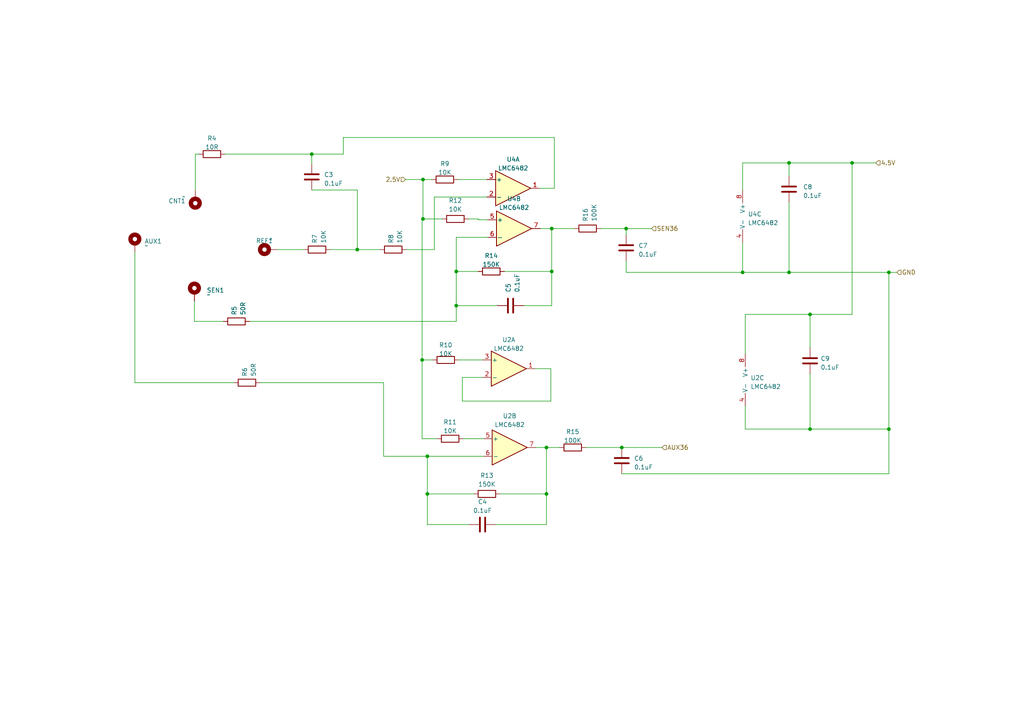
<source format=kicad_sch>
(kicad_sch (version 20230121) (generator eeschema)

  (uuid baabfa37-56db-4e60-b534-8d4e0a3205bb)

  (paper "A4")

  (lib_symbols
    (symbol "Amplifier_Operational:LMC6482" (pin_names (offset 0.127)) (in_bom yes) (on_board yes)
      (property "Reference" "U" (at 0 5.08 0)
        (effects (font (size 1.27 1.27)) (justify left))
      )
      (property "Value" "LMC6482" (at 0 -5.08 0)
        (effects (font (size 1.27 1.27)) (justify left))
      )
      (property "Footprint" "" (at 0 0 0)
        (effects (font (size 1.27 1.27)) hide)
      )
      (property "Datasheet" "http://www.ti.com/lit/ds/symlink/lmc6482.pdf" (at 0 0 0)
        (effects (font (size 1.27 1.27)) hide)
      )
      (property "ki_locked" "" (at 0 0 0)
        (effects (font (size 1.27 1.27)))
      )
      (property "ki_keywords" "dual opamp" (at 0 0 0)
        (effects (font (size 1.27 1.27)) hide)
      )
      (property "ki_description" "Dual CMOS Rail-to-Rail Input and Output Operational Amplifier, DIP-8/SOIC-8, SSOP-8" (at 0 0 0)
        (effects (font (size 1.27 1.27)) hide)
      )
      (property "ki_fp_filters" "SOIC*3.9x4.9mm*P1.27mm* DIP*W7.62mm* TO*99* OnSemi*Micro8* TSSOP*3x3mm*P0.65mm* TSSOP*4.4x3mm*P0.65mm* MSOP*3x3mm*P0.65mm* SSOP*3.9x4.9mm*P0.635mm* LFCSP*2x2mm*P0.5mm* *SIP* SOIC*5.3x6.2mm*P1.27mm*" (at 0 0 0)
        (effects (font (size 1.27 1.27)) hide)
      )
      (symbol "LMC6482_1_1"
        (polyline
          (pts
            (xy -5.08 5.08)
            (xy 5.08 0)
            (xy -5.08 -5.08)
            (xy -5.08 5.08)
          )
          (stroke (width 0.254) (type default))
          (fill (type background))
        )
        (pin output line (at 7.62 0 180) (length 2.54)
          (name "~" (effects (font (size 1.27 1.27))))
          (number "1" (effects (font (size 1.27 1.27))))
        )
        (pin input line (at -7.62 -2.54 0) (length 2.54)
          (name "-" (effects (font (size 1.27 1.27))))
          (number "2" (effects (font (size 1.27 1.27))))
        )
        (pin input line (at -7.62 2.54 0) (length 2.54)
          (name "+" (effects (font (size 1.27 1.27))))
          (number "3" (effects (font (size 1.27 1.27))))
        )
      )
      (symbol "LMC6482_2_1"
        (polyline
          (pts
            (xy -5.08 5.08)
            (xy 5.08 0)
            (xy -5.08 -5.08)
            (xy -5.08 5.08)
          )
          (stroke (width 0.254) (type default))
          (fill (type background))
        )
        (pin input line (at -7.62 2.54 0) (length 2.54)
          (name "+" (effects (font (size 1.27 1.27))))
          (number "5" (effects (font (size 1.27 1.27))))
        )
        (pin input line (at -7.62 -2.54 0) (length 2.54)
          (name "-" (effects (font (size 1.27 1.27))))
          (number "6" (effects (font (size 1.27 1.27))))
        )
        (pin output line (at 7.62 0 180) (length 2.54)
          (name "~" (effects (font (size 1.27 1.27))))
          (number "7" (effects (font (size 1.27 1.27))))
        )
      )
      (symbol "LMC6482_3_1"
        (pin power_in line (at -2.54 -7.62 90) (length 3.81)
          (name "V-" (effects (font (size 1.27 1.27))))
          (number "4" (effects (font (size 1.27 1.27))))
        )
        (pin power_in line (at -2.54 7.62 270) (length 3.81)
          (name "V+" (effects (font (size 1.27 1.27))))
          (number "8" (effects (font (size 1.27 1.27))))
        )
      )
    )
    (symbol "Device:C" (pin_numbers hide) (pin_names (offset 0.254)) (in_bom yes) (on_board yes)
      (property "Reference" "C" (at 0.635 2.54 0)
        (effects (font (size 1.27 1.27)) (justify left))
      )
      (property "Value" "C" (at 0.635 -2.54 0)
        (effects (font (size 1.27 1.27)) (justify left))
      )
      (property "Footprint" "" (at 0.9652 -3.81 0)
        (effects (font (size 1.27 1.27)) hide)
      )
      (property "Datasheet" "~" (at 0 0 0)
        (effects (font (size 1.27 1.27)) hide)
      )
      (property "ki_keywords" "cap capacitor" (at 0 0 0)
        (effects (font (size 1.27 1.27)) hide)
      )
      (property "ki_description" "Unpolarized capacitor" (at 0 0 0)
        (effects (font (size 1.27 1.27)) hide)
      )
      (property "ki_fp_filters" "C_*" (at 0 0 0)
        (effects (font (size 1.27 1.27)) hide)
      )
      (symbol "C_0_1"
        (polyline
          (pts
            (xy -2.032 -0.762)
            (xy 2.032 -0.762)
          )
          (stroke (width 0.508) (type default))
          (fill (type none))
        )
        (polyline
          (pts
            (xy -2.032 0.762)
            (xy 2.032 0.762)
          )
          (stroke (width 0.508) (type default))
          (fill (type none))
        )
      )
      (symbol "C_1_1"
        (pin passive line (at 0 3.81 270) (length 2.794)
          (name "~" (effects (font (size 1.27 1.27))))
          (number "1" (effects (font (size 1.27 1.27))))
        )
        (pin passive line (at 0 -3.81 90) (length 2.794)
          (name "~" (effects (font (size 1.27 1.27))))
          (number "2" (effects (font (size 1.27 1.27))))
        )
      )
    )
    (symbol "Device:R" (pin_numbers hide) (pin_names (offset 0)) (in_bom yes) (on_board yes)
      (property "Reference" "R" (at 2.032 0 90)
        (effects (font (size 1.27 1.27)))
      )
      (property "Value" "R" (at 0 0 90)
        (effects (font (size 1.27 1.27)))
      )
      (property "Footprint" "" (at -1.778 0 90)
        (effects (font (size 1.27 1.27)) hide)
      )
      (property "Datasheet" "~" (at 0 0 0)
        (effects (font (size 1.27 1.27)) hide)
      )
      (property "ki_keywords" "R res resistor" (at 0 0 0)
        (effects (font (size 1.27 1.27)) hide)
      )
      (property "ki_description" "Resistor" (at 0 0 0)
        (effects (font (size 1.27 1.27)) hide)
      )
      (property "ki_fp_filters" "R_*" (at 0 0 0)
        (effects (font (size 1.27 1.27)) hide)
      )
      (symbol "R_0_1"
        (rectangle (start -1.016 -2.54) (end 1.016 2.54)
          (stroke (width 0.254) (type default))
          (fill (type none))
        )
      )
      (symbol "R_1_1"
        (pin passive line (at 0 3.81 270) (length 1.27)
          (name "~" (effects (font (size 1.27 1.27))))
          (number "1" (effects (font (size 1.27 1.27))))
        )
        (pin passive line (at 0 -3.81 90) (length 1.27)
          (name "~" (effects (font (size 1.27 1.27))))
          (number "2" (effects (font (size 1.27 1.27))))
        )
      )
    )
    (symbol "Mechanical:MountingHole_Pad" (pin_numbers hide) (pin_names (offset 1.016) hide) (in_bom yes) (on_board yes)
      (property "Reference" "H" (at 0 6.35 0)
        (effects (font (size 1.27 1.27)))
      )
      (property "Value" "MountingHole_Pad" (at 0 4.445 0)
        (effects (font (size 1.27 1.27)))
      )
      (property "Footprint" "" (at 0 0 0)
        (effects (font (size 1.27 1.27)) hide)
      )
      (property "Datasheet" "~" (at 0 0 0)
        (effects (font (size 1.27 1.27)) hide)
      )
      (property "ki_keywords" "mounting hole" (at 0 0 0)
        (effects (font (size 1.27 1.27)) hide)
      )
      (property "ki_description" "Mounting Hole with connection" (at 0 0 0)
        (effects (font (size 1.27 1.27)) hide)
      )
      (property "ki_fp_filters" "MountingHole*Pad*" (at 0 0 0)
        (effects (font (size 1.27 1.27)) hide)
      )
      (symbol "MountingHole_Pad_0_1"
        (circle (center 0 1.27) (radius 1.27)
          (stroke (width 1.27) (type default))
          (fill (type none))
        )
      )
      (symbol "MountingHole_Pad_1_1"
        (pin input line (at 0 -2.54 90) (length 2.54)
          (name "1" (effects (font (size 1.27 1.27))))
          (number "1" (effects (font (size 1.27 1.27))))
        )
      )
    )
  )

  (junction (at 158.496 143.256) (diameter 0) (color 0 0 0 0)
    (uuid 07760d60-83f4-40f8-a29b-d5a761720859)
  )
  (junction (at 122.682 63.5) (diameter 0) (color 0 0 0 0)
    (uuid 107ec702-59ab-48d2-aadd-210394c8d07a)
  )
  (junction (at 181.61 66.294) (diameter 0) (color 0 0 0 0)
    (uuid 16b6cad2-82d8-4b90-a7f8-bc5d90829828)
  )
  (junction (at 132.334 78.74) (diameter 0) (color 0 0 0 0)
    (uuid 1f9cc41c-5344-44cd-93ff-57950dd119c7)
  )
  (junction (at 160.02 66.294) (diameter 0) (color 0 0 0 0)
    (uuid 33b9db49-e375-48e2-88d5-1d97fdd5ef60)
  )
  (junction (at 247.142 47.244) (diameter 0) (color 0 0 0 0)
    (uuid 466b1846-a841-45b7-8a3a-647065d5901c)
  )
  (junction (at 257.81 78.994) (diameter 0) (color 0 0 0 0)
    (uuid 4675592f-8ff2-4a86-ba80-506ccae61356)
  )
  (junction (at 234.95 124.46) (diameter 0) (color 0 0 0 0)
    (uuid 4b1aca5f-caff-44de-8ee4-41d2236b32f7)
  )
  (junction (at 103.632 72.39) (diameter 0) (color 0 0 0 0)
    (uuid 59904078-a916-4e97-b5a2-7c801dbceb1c)
  )
  (junction (at 180.34 129.794) (diameter 0) (color 0 0 0 0)
    (uuid 6807ab6c-2dbe-479e-a94f-9bc6b6dff2ed)
  )
  (junction (at 123.952 132.334) (diameter 0) (color 0 0 0 0)
    (uuid 6a304923-3108-4dc7-9697-8ccf87e4b6d0)
  )
  (junction (at 122.682 52.07) (diameter 0) (color 0 0 0 0)
    (uuid 6dc814de-d003-4251-beff-e59219536b45)
  )
  (junction (at 228.854 47.244) (diameter 0) (color 0 0 0 0)
    (uuid 7154892e-c602-4c71-a013-773d7d65e671)
  )
  (junction (at 132.334 88.646) (diameter 0) (color 0 0 0 0)
    (uuid 766e8a84-ebb9-4b1a-9f67-36eb3e84be98)
  )
  (junction (at 158.496 129.794) (diameter 0) (color 0 0 0 0)
    (uuid 83388b63-a2ff-479c-91be-afe42059086e)
  )
  (junction (at 257.81 124.46) (diameter 0) (color 0 0 0 0)
    (uuid 8569d5fa-6fdf-42f0-bfc4-ca571a2a0a5a)
  )
  (junction (at 122.428 104.394) (diameter 0) (color 0 0 0 0)
    (uuid 99a83af7-6509-44df-8787-56cadd3e23bd)
  )
  (junction (at 160.02 78.74) (diameter 0) (color 0 0 0 0)
    (uuid a91b015d-593a-4373-a617-7cf90e462611)
  )
  (junction (at 215.392 78.994) (diameter 0) (color 0 0 0 0)
    (uuid a9b2cec5-7b33-4339-a6a0-138e247272a4)
  )
  (junction (at 123.952 143.256) (diameter 0) (color 0 0 0 0)
    (uuid af60288a-91b5-4a21-841c-c7da295530ad)
  )
  (junction (at 234.95 91.186) (diameter 0) (color 0 0 0 0)
    (uuid b9a3f05e-4bde-4ef7-ae76-6c55dd4281ad)
  )
  (junction (at 228.854 78.994) (diameter 0) (color 0 0 0 0)
    (uuid db9be6ad-ba9e-453c-8e89-442531426be7)
  )
  (junction (at 90.424 44.704) (diameter 0) (color 0 0 0 0)
    (uuid e539b636-9085-4e1c-a81b-f0dbf35623fb)
  )

  (wire (pts (xy 134.112 109.474) (xy 139.954 109.474))
    (stroke (width 0) (type default))
    (uuid 004a69d6-9db1-45d7-8fb1-66c25524556d)
  )
  (wire (pts (xy 216.154 91.186) (xy 234.95 91.186))
    (stroke (width 0) (type default))
    (uuid 0111aac0-4330-4d17-b750-669ba138ee2e)
  )
  (wire (pts (xy 160.02 66.294) (xy 156.718 66.294))
    (stroke (width 0) (type default))
    (uuid 01df6c89-2a8d-493c-ba8b-7c0dbd02e1a8)
  )
  (wire (pts (xy 117.602 52.07) (xy 122.682 52.07))
    (stroke (width 0) (type default))
    (uuid 0217cce0-485d-4be8-9d39-03b8aa21725b)
  )
  (wire (pts (xy 103.632 55.118) (xy 103.632 72.39))
    (stroke (width 0) (type default))
    (uuid 026858e2-19d5-4799-9103-1a786d7b89bd)
  )
  (wire (pts (xy 181.61 78.994) (xy 215.392 78.994))
    (stroke (width 0) (type default))
    (uuid 04aac534-d33e-45b4-8fa8-e8b3249d1239)
  )
  (wire (pts (xy 39.116 110.998) (xy 67.818 110.998))
    (stroke (width 0) (type default))
    (uuid 0751a585-e5f9-4ac4-ae29-b2269861dacb)
  )
  (wire (pts (xy 136.144 152.146) (xy 123.952 152.146))
    (stroke (width 0) (type default))
    (uuid 0abc8e98-7ed8-44d6-9426-e83ca6c7b224)
  )
  (wire (pts (xy 174.244 66.294) (xy 181.61 66.294))
    (stroke (width 0) (type default))
    (uuid 0b437e99-9167-4255-87de-0c6cd94449a1)
  )
  (wire (pts (xy 215.392 47.244) (xy 215.392 55.118))
    (stroke (width 0) (type default))
    (uuid 0ba4064d-02f9-4456-8599-9e7f04af35fc)
  )
  (wire (pts (xy 137.414 143.256) (xy 123.952 143.256))
    (stroke (width 0) (type default))
    (uuid 0d37f667-4838-4513-a525-eca91ad05b9e)
  )
  (wire (pts (xy 192.024 129.794) (xy 180.34 129.794))
    (stroke (width 0) (type default))
    (uuid 107e7762-7263-44d7-9be9-7c60380df270)
  )
  (wire (pts (xy 138.684 63.5) (xy 138.684 63.754))
    (stroke (width 0) (type default))
    (uuid 12e31a55-0f29-4386-8947-f29505176543)
  )
  (wire (pts (xy 160.02 88.646) (xy 160.02 78.74))
    (stroke (width 0) (type default))
    (uuid 14558808-94bc-4d7a-b15b-5df565a12f92)
  )
  (wire (pts (xy 146.304 78.74) (xy 160.02 78.74))
    (stroke (width 0) (type default))
    (uuid 147bd6d9-5cca-4942-a18a-0fde39b17e42)
  )
  (wire (pts (xy 166.624 66.294) (xy 160.02 66.294))
    (stroke (width 0) (type default))
    (uuid 17332682-c98e-478a-b680-36c6c473049c)
  )
  (wire (pts (xy 155.194 106.934) (xy 159.766 106.934))
    (stroke (width 0) (type default))
    (uuid 176905eb-5d1d-4337-b794-a91019cd2456)
  )
  (wire (pts (xy 257.81 124.46) (xy 257.81 78.994))
    (stroke (width 0) (type default))
    (uuid 19d3b3fd-a778-4cad-9db2-914ff4412a76)
  )
  (wire (pts (xy 158.496 152.146) (xy 158.496 143.256))
    (stroke (width 0) (type default))
    (uuid 1c26106d-80bc-4653-8484-eb240656dadf)
  )
  (wire (pts (xy 155.448 129.794) (xy 158.496 129.794))
    (stroke (width 0) (type default))
    (uuid 1c80be6c-56c6-45fb-a268-c548597b8472)
  )
  (wire (pts (xy 135.89 63.5) (xy 138.684 63.5))
    (stroke (width 0) (type default))
    (uuid 1d10b219-f003-41f7-be4f-8ee4c30f79a8)
  )
  (wire (pts (xy 159.766 106.934) (xy 159.766 116.332))
    (stroke (width 0) (type default))
    (uuid 1e77a039-b1e2-4059-a879-7edf262fd53b)
  )
  (wire (pts (xy 234.95 91.186) (xy 247.142 91.186))
    (stroke (width 0) (type default))
    (uuid 1fcfc700-262a-44f7-a430-28ceb5472a0d)
  )
  (wire (pts (xy 145.034 143.256) (xy 158.496 143.256))
    (stroke (width 0) (type default))
    (uuid 22eae6cf-5f18-47e9-aa06-3399f0ba7489)
  )
  (wire (pts (xy 160.782 54.61) (xy 160.782 39.878))
    (stroke (width 0) (type default))
    (uuid 277b9f81-03eb-4121-9f05-696d4fc74a3d)
  )
  (wire (pts (xy 95.758 72.39) (xy 103.632 72.39))
    (stroke (width 0) (type default))
    (uuid 2b8b620b-2978-4089-9773-713989487b86)
  )
  (wire (pts (xy 169.926 129.794) (xy 180.34 129.794))
    (stroke (width 0) (type default))
    (uuid 2c89e080-1a43-4787-8712-d3db3ed22f01)
  )
  (wire (pts (xy 216.154 102.616) (xy 216.154 91.186))
    (stroke (width 0) (type default))
    (uuid 2ced00f4-69dc-4cc5-9843-d9408a325005)
  )
  (wire (pts (xy 122.682 63.5) (xy 122.682 52.07))
    (stroke (width 0) (type default))
    (uuid 2ea8663d-aab0-4258-a94e-1cd147f9a504)
  )
  (wire (pts (xy 143.764 152.146) (xy 158.496 152.146))
    (stroke (width 0) (type default))
    (uuid 2f7712da-f291-4071-8971-b05758d6d2f7)
  )
  (wire (pts (xy 151.892 88.646) (xy 160.02 88.646))
    (stroke (width 0) (type default))
    (uuid 2f90ee58-fd2a-48ed-817c-d51b00f2b92b)
  )
  (wire (pts (xy 257.81 137.414) (xy 257.81 124.46))
    (stroke (width 0) (type default))
    (uuid 30fa53c9-ca73-4fbf-8c78-b4b0834e1249)
  )
  (wire (pts (xy 133.096 104.394) (xy 139.954 104.394))
    (stroke (width 0) (type default))
    (uuid 328593d4-1c21-4127-a8c6-b1117ae4bafe)
  )
  (wire (pts (xy 125.984 72.39) (xy 117.856 72.39))
    (stroke (width 0) (type default))
    (uuid 394248ac-e6a6-4996-8794-d7c04c6c9528)
  )
  (wire (pts (xy 90.424 55.118) (xy 103.632 55.118))
    (stroke (width 0) (type default))
    (uuid 41634bea-1171-4eb6-be56-c6fe923989f7)
  )
  (wire (pts (xy 156.464 54.61) (xy 160.782 54.61))
    (stroke (width 0) (type default))
    (uuid 42515306-eb45-4526-824a-eded7c240f97)
  )
  (wire (pts (xy 138.684 63.754) (xy 141.478 63.754))
    (stroke (width 0) (type default))
    (uuid 44979995-d68a-41a5-ae04-57410a55357c)
  )
  (wire (pts (xy 125.984 57.15) (xy 125.984 72.39))
    (stroke (width 0) (type default))
    (uuid 48695952-2ec1-4346-b76e-8753c6954447)
  )
  (wire (pts (xy 122.428 63.5) (xy 122.682 63.5))
    (stroke (width 0) (type default))
    (uuid 4cb7206b-c96c-4f68-a594-171f1f794337)
  )
  (wire (pts (xy 122.682 52.07) (xy 125.222 52.07))
    (stroke (width 0) (type default))
    (uuid 4ea29910-60e9-4405-a8a4-ff3ea5204c6c)
  )
  (wire (pts (xy 122.428 127.254) (xy 122.428 104.394))
    (stroke (width 0) (type default))
    (uuid 55cbbbf0-217c-4b0d-ab97-6fdc48c25fc2)
  )
  (wire (pts (xy 99.568 44.704) (xy 90.424 44.704))
    (stroke (width 0) (type default))
    (uuid 5608ae4d-2aea-4eee-adf9-1b79e6fa5ae7)
  )
  (wire (pts (xy 99.568 39.878) (xy 99.568 44.704))
    (stroke (width 0) (type default))
    (uuid 6042790e-a7a8-49e2-a721-005a2bda2773)
  )
  (wire (pts (xy 126.746 127.254) (xy 122.428 127.254))
    (stroke (width 0) (type default))
    (uuid 660a28e2-43cb-45e5-8c86-d0be685a28c5)
  )
  (wire (pts (xy 80.518 72.39) (xy 88.138 72.39))
    (stroke (width 0) (type default))
    (uuid 673bcb98-c7c6-487a-a939-cf909bc69a6f)
  )
  (wire (pts (xy 122.428 63.5) (xy 122.428 104.394))
    (stroke (width 0) (type default))
    (uuid 68424cfb-8f4d-475c-a9ab-ba22212c0816)
  )
  (wire (pts (xy 158.496 129.794) (xy 162.306 129.794))
    (stroke (width 0) (type default))
    (uuid 6ab2a4fb-5a59-44e7-86f9-6df20be53321)
  )
  (wire (pts (xy 134.366 127.254) (xy 140.208 127.254))
    (stroke (width 0) (type default))
    (uuid 7089c9e9-05df-4f56-95c2-c2777f3360e0)
  )
  (wire (pts (xy 65.278 44.704) (xy 90.424 44.704))
    (stroke (width 0) (type default))
    (uuid 73145a8b-11ec-41bd-9819-3f5300e5ade9)
  )
  (wire (pts (xy 234.95 100.838) (xy 234.95 91.186))
    (stroke (width 0) (type default))
    (uuid 749c1bab-a2cb-4c32-905a-992e409e9803)
  )
  (wire (pts (xy 125.476 104.394) (xy 122.428 104.394))
    (stroke (width 0) (type default))
    (uuid 76ddde80-798a-4193-badc-56af431dbe31)
  )
  (wire (pts (xy 56.388 93.218) (xy 64.77 93.218))
    (stroke (width 0) (type default))
    (uuid 777c89fc-924a-4b18-b895-7e32683140d9)
  )
  (wire (pts (xy 216.154 124.46) (xy 234.95 124.46))
    (stroke (width 0) (type default))
    (uuid 786b6d4f-ab54-44cf-bbb0-7ae2ecaea374)
  )
  (wire (pts (xy 128.27 63.5) (xy 122.682 63.5))
    (stroke (width 0) (type default))
    (uuid 79405d93-67d9-4d9b-9c16-18e74220b6e3)
  )
  (wire (pts (xy 132.334 78.74) (xy 132.334 88.646))
    (stroke (width 0) (type default))
    (uuid 7943a07a-3f80-4fa8-8184-31ce6e4162c5)
  )
  (wire (pts (xy 132.334 88.646) (xy 132.334 93.218))
    (stroke (width 0) (type default))
    (uuid 7c36fc70-6701-4490-92e5-f620355eec68)
  )
  (wire (pts (xy 215.392 78.994) (xy 228.854 78.994))
    (stroke (width 0) (type default))
    (uuid 81c4cd55-e330-4710-9718-7a8a31772216)
  )
  (wire (pts (xy 234.95 124.46) (xy 257.81 124.46))
    (stroke (width 0) (type default))
    (uuid 84e12fd4-36ac-40a5-b116-6444fe77ef91)
  )
  (wire (pts (xy 132.334 68.834) (xy 132.334 78.74))
    (stroke (width 0) (type default))
    (uuid 89b6d4d9-4489-4bcb-9d48-36a84f33ae3a)
  )
  (wire (pts (xy 254 47.244) (xy 247.142 47.244))
    (stroke (width 0) (type default))
    (uuid 8da167da-4e89-40e1-989f-fc8a33f9a7cb)
  )
  (wire (pts (xy 39.116 73.152) (xy 39.116 110.998))
    (stroke (width 0) (type default))
    (uuid 90979731-7a33-4118-ac71-9f3a278145ad)
  )
  (wire (pts (xy 160.782 39.878) (xy 99.568 39.878))
    (stroke (width 0) (type default))
    (uuid 92441581-1c44-4fdc-a7b6-a952c36dcba4)
  )
  (wire (pts (xy 103.632 72.39) (xy 110.236 72.39))
    (stroke (width 0) (type default))
    (uuid 9743395b-feb9-4df3-ba84-8ac439191a77)
  )
  (wire (pts (xy 159.766 116.332) (xy 134.112 116.332))
    (stroke (width 0) (type default))
    (uuid 9c4e8dc4-a0dd-4ef1-aa20-7cf6e69bff0d)
  )
  (wire (pts (xy 123.952 143.256) (xy 123.952 132.334))
    (stroke (width 0) (type default))
    (uuid 9dd967e1-48cb-47ee-9113-15e6176bbff7)
  )
  (wire (pts (xy 257.81 78.994) (xy 260.096 78.994))
    (stroke (width 0) (type default))
    (uuid a08624cf-4a32-4959-bac8-40c6caf98f7a)
  )
  (wire (pts (xy 123.952 152.146) (xy 123.952 143.256))
    (stroke (width 0) (type default))
    (uuid a12b4734-7d85-4a12-9761-35602db75315)
  )
  (wire (pts (xy 228.854 58.674) (xy 228.854 78.994))
    (stroke (width 0) (type default))
    (uuid a79d04ad-0141-4bb0-ab8e-fec6d2452c52)
  )
  (wire (pts (xy 158.496 143.256) (xy 158.496 129.794))
    (stroke (width 0) (type default))
    (uuid a8013cae-da6f-48f8-a38e-3bc09a083270)
  )
  (wire (pts (xy 216.154 117.856) (xy 216.154 124.46))
    (stroke (width 0) (type default))
    (uuid add8d584-2ca8-4755-981c-f4cddb35c14e)
  )
  (wire (pts (xy 132.334 68.834) (xy 141.478 68.834))
    (stroke (width 0) (type default))
    (uuid af46da41-0464-4a5d-bf5e-f94a104ec751)
  )
  (wire (pts (xy 247.142 47.244) (xy 228.854 47.244))
    (stroke (width 0) (type default))
    (uuid b17ccc55-d5ab-4fe2-8498-33836545d70f)
  )
  (wire (pts (xy 132.334 88.646) (xy 144.272 88.646))
    (stroke (width 0) (type default))
    (uuid b5037380-c035-445d-84bc-2547fd72bc25)
  )
  (wire (pts (xy 180.34 137.414) (xy 257.81 137.414))
    (stroke (width 0) (type default))
    (uuid b5f0670b-49b5-4478-baf4-7a5ceba95ec3)
  )
  (wire (pts (xy 132.842 52.07) (xy 141.224 52.07))
    (stroke (width 0) (type default))
    (uuid b699930e-abea-4b4b-a2aa-1f85bb295b8b)
  )
  (wire (pts (xy 123.952 132.334) (xy 140.208 132.334))
    (stroke (width 0) (type default))
    (uuid b8d57a93-0bb1-470d-a71e-76d50b0bc13a)
  )
  (wire (pts (xy 72.39 93.218) (xy 132.334 93.218))
    (stroke (width 0) (type default))
    (uuid b9969c87-c3c6-4e67-8656-0d675ee8715d)
  )
  (wire (pts (xy 111.252 110.998) (xy 111.252 132.334))
    (stroke (width 0) (type default))
    (uuid bcfece97-c6f4-4cab-95aa-50dd4f2eb6d6)
  )
  (wire (pts (xy 188.976 66.294) (xy 181.61 66.294))
    (stroke (width 0) (type default))
    (uuid c4b7f82b-0b17-41b1-8785-a044b6894315)
  )
  (wire (pts (xy 138.684 78.74) (xy 132.334 78.74))
    (stroke (width 0) (type default))
    (uuid c51c5cdc-1468-4622-baa8-92eba15d55a8)
  )
  (wire (pts (xy 111.252 132.334) (xy 123.952 132.334))
    (stroke (width 0) (type default))
    (uuid c811300a-f258-4608-897a-89f61c2060e9)
  )
  (wire (pts (xy 228.854 78.994) (xy 257.81 78.994))
    (stroke (width 0) (type default))
    (uuid cc68772a-c50b-4175-a956-531af1e62c4a)
  )
  (wire (pts (xy 228.854 47.244) (xy 228.854 51.054))
    (stroke (width 0) (type default))
    (uuid cf0ffadd-7526-419d-9cb3-710784985fed)
  )
  (wire (pts (xy 141.224 57.15) (xy 125.984 57.15))
    (stroke (width 0) (type default))
    (uuid d612eca3-6977-4bc1-b66e-9c0bf568f0df)
  )
  (wire (pts (xy 234.95 108.458) (xy 234.95 124.46))
    (stroke (width 0) (type default))
    (uuid d64a91a6-4554-487c-bd0a-0d1acb35b68b)
  )
  (wire (pts (xy 90.424 44.704) (xy 90.424 47.498))
    (stroke (width 0) (type default))
    (uuid d6de6e6a-e434-4456-a1c9-e01fdfa8f862)
  )
  (wire (pts (xy 56.388 87.376) (xy 56.388 93.218))
    (stroke (width 0) (type default))
    (uuid db201218-2402-4fbd-adb2-67e2c5d065c2)
  )
  (wire (pts (xy 75.438 110.998) (xy 111.252 110.998))
    (stroke (width 0) (type default))
    (uuid dcf56e0a-f503-4f11-82a4-570940598bac)
  )
  (wire (pts (xy 181.61 66.294) (xy 181.61 68.072))
    (stroke (width 0) (type default))
    (uuid dd5a2096-50b7-4791-a93b-046f48fdc305)
  )
  (wire (pts (xy 181.61 75.692) (xy 181.61 78.994))
    (stroke (width 0) (type default))
    (uuid df7e8054-caef-4d01-a6fd-c51bd712af3d)
  )
  (wire (pts (xy 56.642 44.704) (xy 57.658 44.704))
    (stroke (width 0) (type default))
    (uuid dfc30f9a-5e82-4197-ae5c-ef035bed3431)
  )
  (wire (pts (xy 247.142 47.244) (xy 247.142 91.186))
    (stroke (width 0) (type default))
    (uuid e7fad0d8-1074-4185-8385-df34b9f88f09)
  )
  (wire (pts (xy 160.02 66.294) (xy 160.02 78.74))
    (stroke (width 0) (type default))
    (uuid e9477ee0-82bb-4848-ae4d-4f45257774de)
  )
  (wire (pts (xy 228.854 47.244) (xy 215.392 47.244))
    (stroke (width 0) (type default))
    (uuid eae212c7-8ef2-48d2-aee1-661c68e2a7e8)
  )
  (wire (pts (xy 215.392 78.994) (xy 215.392 70.358))
    (stroke (width 0) (type default))
    (uuid ef13d518-9d10-46af-94bc-8c83a3fc918e)
  )
  (wire (pts (xy 56.642 44.704) (xy 56.642 55.118))
    (stroke (width 0) (type default))
    (uuid f9409bb0-e6dc-4059-ae07-0ab5917ad1c8)
  )
  (wire (pts (xy 134.112 116.332) (xy 134.112 109.474))
    (stroke (width 0) (type default))
    (uuid fbb5aad0-fa5f-4928-a6c8-fb64b90b872d)
  )

  (hierarchical_label "2.5V" (shape input) (at 117.602 52.07 180) (fields_autoplaced)
    (effects (font (size 1.27 1.27)) (justify right))
    (uuid 0bd126f1-1b25-478e-94e0-ec16772f4039)
  )
  (hierarchical_label "AUX36" (shape input) (at 192.024 129.794 0) (fields_autoplaced)
    (effects (font (size 1.27 1.27)) (justify left))
    (uuid 11ae1064-e237-486e-8b11-9619cba91bbf)
  )
  (hierarchical_label "4.5V" (shape input) (at 254 47.244 0) (fields_autoplaced)
    (effects (font (size 1.27 1.27)) (justify left))
    (uuid 38ff662b-1377-42c2-9a58-acf8a8406faf)
  )
  (hierarchical_label "GND" (shape input) (at 260.096 78.994 0) (fields_autoplaced)
    (effects (font (size 1.27 1.27)) (justify left))
    (uuid ab826d20-9828-4d86-b06e-3c89e6d19e17)
  )
  (hierarchical_label "SEN36" (shape input) (at 188.976 66.294 0) (fields_autoplaced)
    (effects (font (size 1.27 1.27)) (justify left))
    (uuid bdbdabd2-c0e1-435b-a230-465ae254dbb5)
  )

  (symbol (lib_id "Device:R") (at 129.286 104.394 90) (unit 1)
    (in_bom yes) (on_board yes) (dnp no) (fields_autoplaced)
    (uuid 2d09e255-e5b3-4b92-9afc-9884ef855d6f)
    (property "Reference" "R10" (at 129.286 100.076 90)
      (effects (font (size 1.27 1.27)))
    )
    (property "Value" "10K" (at 129.286 102.616 90)
      (effects (font (size 1.27 1.27)))
    )
    (property "Footprint" "Resistor_SMD:R_0402_1005Metric" (at 129.286 106.172 90)
      (effects (font (size 1.27 1.27)) hide)
    )
    (property "Datasheet" "~" (at 129.286 104.394 0)
      (effects (font (size 1.27 1.27)) hide)
    )
    (pin "1" (uuid 4143f4eb-c8a0-4ff1-8520-926f4b74f146))
    (pin "2" (uuid bf20f957-7596-49f8-9fe6-9a5edb397ec0))
    (instances
      (project "Air quality project"
        (path "/67b6672b-0c15-41a5-a844-17aa721018b8/e2c83066-cae4-4a4f-a05c-59cf4d457446"
          (reference "R10") (unit 1)
        )
        (path "/67b6672b-0c15-41a5-a844-17aa721018b8/be65ffb6-5f15-4847-ab99-a8924076e9fe"
          (reference "R49") (unit 1)
        )
        (path "/67b6672b-0c15-41a5-a844-17aa721018b8/ddfbbfb1-8b74-4076-b7ee-1d320915b396"
          (reference "R465") (unit 1)
        )
      )
    )
  )

  (symbol (lib_id "Device:R") (at 91.948 72.39 90) (unit 1)
    (in_bom yes) (on_board yes) (dnp no)
    (uuid 31e79156-1497-4421-9728-ca8f9dce5d0c)
    (property "Reference" "R7" (at 91.313 70.612 0)
      (effects (font (size 1.27 1.27)) (justify left))
    )
    (property "Value" "10K" (at 93.853 70.612 0)
      (effects (font (size 1.27 1.27)) (justify left))
    )
    (property "Footprint" "Resistor_SMD:R_0402_1005Metric" (at 91.948 74.168 90)
      (effects (font (size 1.27 1.27)) hide)
    )
    (property "Datasheet" "~" (at 91.948 72.39 0)
      (effects (font (size 1.27 1.27)) hide)
    )
    (pin "1" (uuid 9fb6dba8-fcfa-4f21-b4fe-3b49b11f51a2))
    (pin "2" (uuid 6c975b00-df69-436b-8429-c8a47ccb33f4))
    (instances
      (project "Air quality project"
        (path "/67b6672b-0c15-41a5-a844-17aa721018b8/e2c83066-cae4-4a4f-a05c-59cf4d457446"
          (reference "R7") (unit 1)
        )
        (path "/67b6672b-0c15-41a5-a844-17aa721018b8/be65ffb6-5f15-4847-ab99-a8924076e9fe"
          (reference "R34") (unit 1)
        )
        (path "/67b6672b-0c15-41a5-a844-17aa721018b8/ddfbbfb1-8b74-4076-b7ee-1d320915b396"
          (reference "R462") (unit 1)
        )
      )
    )
  )

  (symbol (lib_id "Mechanical:MountingHole_Pad") (at 39.116 70.612 0) (unit 1)
    (in_bom yes) (on_board yes) (dnp no)
    (uuid 32f4d807-4d17-4338-bc6b-10b205f5cd17)
    (property "Reference" "AUX1" (at 41.91 69.977 0)
      (effects (font (size 1.27 1.27)) (justify left))
    )
    (property "Value" "~" (at 41.91 71.247 0)
      (effects (font (size 1.27 1.27)) (justify left))
    )
    (property "Footprint" "MountingHole:MountingHole_2.7mm_Pad" (at 39.116 70.612 0)
      (effects (font (size 1.27 1.27)) hide)
    )
    (property "Datasheet" "~" (at 39.116 70.612 0)
      (effects (font (size 1.27 1.27)) hide)
    )
    (pin "1" (uuid cde43472-3813-4f61-aa78-c8478a00706c))
    (instances
      (project "Air quality project"
        (path "/67b6672b-0c15-41a5-a844-17aa721018b8/e2c83066-cae4-4a4f-a05c-59cf4d457446"
          (reference "AUX1") (unit 1)
        )
        (path "/67b6672b-0c15-41a5-a844-17aa721018b8/be65ffb6-5f15-4847-ab99-a8924076e9fe"
          (reference "AUX2") (unit 1)
        )
        (path "/67b6672b-0c15-41a5-a844-17aa721018b8/ddfbbfb1-8b74-4076-b7ee-1d320915b396"
          (reference "AUX36") (unit 1)
        )
      )
    )
  )

  (symbol (lib_id "Device:C") (at 234.95 104.648 0) (unit 1)
    (in_bom yes) (on_board yes) (dnp no)
    (uuid 3584b0e3-a2a0-4bf1-806b-b655342eb8a1)
    (property "Reference" "C9" (at 237.998 104.013 0)
      (effects (font (size 1.27 1.27)) (justify left))
    )
    (property "Value" "0.1uF" (at 237.998 106.553 0)
      (effects (font (size 1.27 1.27)) (justify left))
    )
    (property "Footprint" "Capacitor_SMD:C_01005_0402Metric" (at 235.9152 108.458 0)
      (effects (font (size 1.27 1.27)) hide)
    )
    (property "Datasheet" "~" (at 234.95 104.648 0)
      (effects (font (size 1.27 1.27)) hide)
    )
    (pin "1" (uuid d420ec4c-db4a-4d1d-ad1b-856bed80e1b7))
    (pin "2" (uuid c2c0d9f9-c085-4a76-9827-4a51a3f9d324))
    (instances
      (project "Air quality project"
        (path "/67b6672b-0c15-41a5-a844-17aa721018b8/e2c83066-cae4-4a4f-a05c-59cf4d457446"
          (reference "C9") (unit 1)
        )
        (path "/67b6672b-0c15-41a5-a844-17aa721018b8/be65ffb6-5f15-4847-ab99-a8924076e9fe"
          (reference "C39") (unit 1)
        )
        (path "/67b6672b-0c15-41a5-a844-17aa721018b8/ddfbbfb1-8b74-4076-b7ee-1d320915b396"
          (reference "C254") (unit 1)
        )
      )
    )
  )

  (symbol (lib_id "Amplifier_Operational:LMC6482") (at 147.574 106.934 0) (unit 1)
    (in_bom yes) (on_board yes) (dnp no)
    (uuid 35e90fbf-8eaa-46fe-8fb8-aa477168c8bf)
    (property "Reference" "U2" (at 147.574 98.552 0)
      (effects (font (size 1.27 1.27)))
    )
    (property "Value" "LMC6482" (at 147.574 101.092 0)
      (effects (font (size 1.27 1.27)))
    )
    (property "Footprint" "Package_SO:SOIC-8_3.9x4.9mm_P1.27mm" (at 147.574 106.934 0)
      (effects (font (size 1.27 1.27)) hide)
    )
    (property "Datasheet" "http://www.ti.com/lit/ds/symlink/lmc6482.pdf" (at 147.574 106.934 0)
      (effects (font (size 1.27 1.27)) hide)
    )
    (pin "1" (uuid a11abb8e-c1d6-439d-b0e5-954db1e232d8))
    (pin "2" (uuid f79e0144-9127-44f6-83ad-8e867621bb05))
    (pin "3" (uuid 1a1f5c61-acb1-4d87-ba3b-0793ba348123))
    (pin "5" (uuid dbf6e14b-09ff-4cc6-88a0-9ada57742af2))
    (pin "6" (uuid a9d3e155-a0a5-48b8-ad01-270b6effe986))
    (pin "7" (uuid 2e38fee3-7d8c-47f0-a6b9-2671227758c9))
    (pin "4" (uuid bdd0d834-8db6-499c-a508-90c2f596f30f))
    (pin "8" (uuid 0ce173b8-05bf-4229-84be-a731b2d379af))
    (instances
      (project "Air quality project"
        (path "/67b6672b-0c15-41a5-a844-17aa721018b8/e2c83066-cae4-4a4f-a05c-59cf4d457446"
          (reference "U2") (unit 1)
        )
        (path "/67b6672b-0c15-41a5-a844-17aa721018b8/be65ffb6-5f15-4847-ab99-a8924076e9fe"
          (reference "U8") (unit 1)
        )
        (path "/67b6672b-0c15-41a5-a844-17aa721018b8/ddfbbfb1-8b74-4076-b7ee-1d320915b396"
          (reference "U71") (unit 1)
        )
      )
    )
  )

  (symbol (lib_id "Device:C") (at 228.854 54.864 0) (unit 1)
    (in_bom yes) (on_board yes) (dnp no) (fields_autoplaced)
    (uuid 363e67d6-290e-493b-a4c6-7363f23e1043)
    (property "Reference" "C8" (at 232.918 54.229 0)
      (effects (font (size 1.27 1.27)) (justify left))
    )
    (property "Value" "0.1uF" (at 232.918 56.769 0)
      (effects (font (size 1.27 1.27)) (justify left))
    )
    (property "Footprint" "Capacitor_SMD:C_01005_0402Metric" (at 229.8192 58.674 0)
      (effects (font (size 1.27 1.27)) hide)
    )
    (property "Datasheet" "~" (at 228.854 54.864 0)
      (effects (font (size 1.27 1.27)) hide)
    )
    (pin "1" (uuid 29918fc1-125b-4bab-98d3-546e5b706217))
    (pin "2" (uuid e08b915e-8857-4539-ae26-8f03ba1f238f))
    (instances
      (project "Air quality project"
        (path "/67b6672b-0c15-41a5-a844-17aa721018b8/e2c83066-cae4-4a4f-a05c-59cf4d457446"
          (reference "C8") (unit 1)
        )
        (path "/67b6672b-0c15-41a5-a844-17aa721018b8/be65ffb6-5f15-4847-ab99-a8924076e9fe"
          (reference "C38") (unit 1)
        )
        (path "/67b6672b-0c15-41a5-a844-17aa721018b8/ddfbbfb1-8b74-4076-b7ee-1d320915b396"
          (reference "C253") (unit 1)
        )
      )
    )
  )

  (symbol (lib_id "Mechanical:MountingHole_Pad") (at 56.642 57.658 180) (unit 1)
    (in_bom yes) (on_board yes) (dnp no)
    (uuid 398b35a6-278c-4e98-a983-1d5dc69ce667)
    (property "Reference" "CNT1" (at 53.848 58.293 0)
      (effects (font (size 1.27 1.27)) (justify left))
    )
    (property "Value" "~" (at 53.848 57.023 0)
      (effects (font (size 1.27 1.27)) (justify left))
    )
    (property "Footprint" "MountingHole:MountingHole_2.7mm_Pad" (at 56.642 57.658 0)
      (effects (font (size 1.27 1.27)) hide)
    )
    (property "Datasheet" "~" (at 56.642 57.658 0)
      (effects (font (size 1.27 1.27)) hide)
    )
    (pin "1" (uuid fe88a824-e163-4de6-a82c-e0eeaf2bf739))
    (instances
      (project "Air quality project"
        (path "/67b6672b-0c15-41a5-a844-17aa721018b8/e2c83066-cae4-4a4f-a05c-59cf4d457446"
          (reference "CNT1") (unit 1)
        )
        (path "/67b6672b-0c15-41a5-a844-17aa721018b8/be65ffb6-5f15-4847-ab99-a8924076e9fe"
          (reference "CNT2") (unit 1)
        )
        (path "/67b6672b-0c15-41a5-a844-17aa721018b8/ddfbbfb1-8b74-4076-b7ee-1d320915b396"
          (reference "CNT36") (unit 1)
        )
      )
    )
  )

  (symbol (lib_id "Amplifier_Operational:LMC6482") (at 148.844 54.61 0) (unit 1)
    (in_bom yes) (on_board yes) (dnp no) (fields_autoplaced)
    (uuid 3cd715ad-8114-4d3b-894e-1e3f29ab5457)
    (property "Reference" "U4" (at 148.844 46.228 0)
      (effects (font (size 1.27 1.27)))
    )
    (property "Value" "LMC6482" (at 148.844 48.768 0)
      (effects (font (size 1.27 1.27)))
    )
    (property "Footprint" "Package_SO:SOIC-8_3.9x4.9mm_P1.27mm" (at 148.844 54.61 0)
      (effects (font (size 1.27 1.27)) hide)
    )
    (property "Datasheet" "http://www.ti.com/lit/ds/symlink/lmc6482.pdf" (at 148.844 54.61 0)
      (effects (font (size 1.27 1.27)) hide)
    )
    (pin "1" (uuid 18f9147e-b1bc-4a84-88f7-92943ac702a3))
    (pin "2" (uuid 2c97c8b2-115d-492d-b973-4a5fcbbdf527))
    (pin "3" (uuid dc402c7a-b138-4ff0-9444-876430d6498f))
    (pin "5" (uuid 7e217bec-f5f9-4503-96e2-e0cff25dde3f))
    (pin "6" (uuid ed4ead67-62ba-4dc4-86a0-f436eefe99dd))
    (pin "7" (uuid ef455054-ceb9-4486-86bb-c10142a92b1a))
    (pin "4" (uuid 0efdc872-5caf-4241-9340-e8ec1bb01b5b))
    (pin "8" (uuid 7d3e3f09-3aff-4bd7-8548-a79c845e659b))
    (instances
      (project "Air quality project"
        (path "/67b6672b-0c15-41a5-a844-17aa721018b8/e2c83066-cae4-4a4f-a05c-59cf4d457446"
          (reference "U4") (unit 1)
        )
        (path "/67b6672b-0c15-41a5-a844-17aa721018b8/be65ffb6-5f15-4847-ab99-a8924076e9fe"
          (reference "U13") (unit 1)
        )
        (path "/67b6672b-0c15-41a5-a844-17aa721018b8/ddfbbfb1-8b74-4076-b7ee-1d320915b396"
          (reference "U74") (unit 1)
        )
      )
    )
  )

  (symbol (lib_id "Amplifier_Operational:LMC6482") (at 149.098 66.294 0) (unit 2)
    (in_bom yes) (on_board yes) (dnp no) (fields_autoplaced)
    (uuid 510105e9-1c6a-4229-8986-90f3fd03d4bc)
    (property "Reference" "U4" (at 149.098 57.658 0)
      (effects (font (size 1.27 1.27)))
    )
    (property "Value" "LMC6482" (at 149.098 60.198 0)
      (effects (font (size 1.27 1.27)))
    )
    (property "Footprint" "Package_SO:SOIC-8_3.9x4.9mm_P1.27mm" (at 149.098 66.294 0)
      (effects (font (size 1.27 1.27)) hide)
    )
    (property "Datasheet" "http://www.ti.com/lit/ds/symlink/lmc6482.pdf" (at 149.098 66.294 0)
      (effects (font (size 1.27 1.27)) hide)
    )
    (pin "1" (uuid 9c1e9d8f-1c28-41e3-9575-41efbc51ba50))
    (pin "2" (uuid 1d0291f0-3ca2-4510-9705-02c12b2ea42d))
    (pin "3" (uuid 1f78b38e-dbc0-4584-b37f-86c494584341))
    (pin "5" (uuid 2762ba2a-aac8-4fc3-9e4c-2677c7f340cb))
    (pin "6" (uuid 44821967-4418-414e-849a-5ee04305930e))
    (pin "7" (uuid 7701fca3-0e42-4d41-8098-e6fd871e5249))
    (pin "4" (uuid 06dc1765-d68c-4f67-a73b-d9fa7caa6956))
    (pin "8" (uuid 2077a737-d294-413f-b778-56afbb60776f))
    (instances
      (project "Air quality project"
        (path "/67b6672b-0c15-41a5-a844-17aa721018b8/e2c83066-cae4-4a4f-a05c-59cf4d457446"
          (reference "U4") (unit 2)
        )
        (path "/67b6672b-0c15-41a5-a844-17aa721018b8/be65ffb6-5f15-4847-ab99-a8924076e9fe"
          (reference "U13") (unit 2)
        )
        (path "/67b6672b-0c15-41a5-a844-17aa721018b8/ddfbbfb1-8b74-4076-b7ee-1d320915b396"
          (reference "U74") (unit 2)
        )
      )
    )
  )

  (symbol (lib_id "Mechanical:MountingHole_Pad") (at 77.978 72.39 90) (unit 1)
    (in_bom yes) (on_board yes) (dnp no) (fields_autoplaced)
    (uuid 56f91571-e0e9-4d6e-842e-0320e14e65f6)
    (property "Reference" "REF1" (at 76.708 69.85 90)
      (effects (font (size 1.27 1.27)))
    )
    (property "Value" "~" (at 78.613 69.85 0)
      (effects (font (size 1.27 1.27)) (justify left))
    )
    (property "Footprint" "MountingHole:MountingHole_2.7mm_Pad" (at 77.978 72.39 0)
      (effects (font (size 1.27 1.27)) hide)
    )
    (property "Datasheet" "~" (at 77.978 72.39 0)
      (effects (font (size 1.27 1.27)) hide)
    )
    (pin "1" (uuid cb866192-2c16-48ca-8cf5-61a1c9bbd32f))
    (instances
      (project "Air quality project"
        (path "/67b6672b-0c15-41a5-a844-17aa721018b8/e2c83066-cae4-4a4f-a05c-59cf4d457446"
          (reference "REF1") (unit 1)
        )
        (path "/67b6672b-0c15-41a5-a844-17aa721018b8/be65ffb6-5f15-4847-ab99-a8924076e9fe"
          (reference "REF2") (unit 1)
        )
        (path "/67b6672b-0c15-41a5-a844-17aa721018b8/ddfbbfb1-8b74-4076-b7ee-1d320915b396"
          (reference "REF36") (unit 1)
        )
      )
    )
  )

  (symbol (lib_id "Amplifier_Operational:LMC6482") (at 217.932 62.738 0) (unit 3)
    (in_bom yes) (on_board yes) (dnp no) (fields_autoplaced)
    (uuid 5a8c8d16-dab0-439e-880f-2ed81309832b)
    (property "Reference" "U4" (at 216.916 62.103 0)
      (effects (font (size 1.27 1.27)) (justify left))
    )
    (property "Value" "LMC6482" (at 216.916 64.643 0)
      (effects (font (size 1.27 1.27)) (justify left))
    )
    (property "Footprint" "Package_SO:SOIC-8_3.9x4.9mm_P1.27mm" (at 217.932 62.738 0)
      (effects (font (size 1.27 1.27)) hide)
    )
    (property "Datasheet" "http://www.ti.com/lit/ds/symlink/lmc6482.pdf" (at 217.932 62.738 0)
      (effects (font (size 1.27 1.27)) hide)
    )
    (pin "1" (uuid 42791d0d-7717-4b04-a0ca-b0a647570e7e))
    (pin "2" (uuid 4a2fa161-9821-4b02-bf44-5123dc1327cb))
    (pin "3" (uuid 64a3c500-0113-480b-84b8-bf62972d5f8e))
    (pin "5" (uuid d00ef563-4214-461f-ba82-fc7819b91257))
    (pin "6" (uuid a6025e8c-eb59-4fda-bafe-a0fd2776d170))
    (pin "7" (uuid 893ff0da-9dcf-4d3e-aa6a-c4e684c3eff1))
    (pin "4" (uuid ae55f4be-45f0-414c-bdf9-c39cc464add9))
    (pin "8" (uuid 94b9bdc5-a923-4356-add9-c72634299d73))
    (instances
      (project "Air quality project"
        (path "/67b6672b-0c15-41a5-a844-17aa721018b8/e2c83066-cae4-4a4f-a05c-59cf4d457446"
          (reference "U4") (unit 3)
        )
        (path "/67b6672b-0c15-41a5-a844-17aa721018b8/be65ffb6-5f15-4847-ab99-a8924076e9fe"
          (reference "U13") (unit 3)
        )
        (path "/67b6672b-0c15-41a5-a844-17aa721018b8/ddfbbfb1-8b74-4076-b7ee-1d320915b396"
          (reference "U74") (unit 3)
        )
      )
    )
  )

  (symbol (lib_id "Device:C") (at 139.954 152.146 90) (unit 1)
    (in_bom yes) (on_board yes) (dnp no) (fields_autoplaced)
    (uuid 728de599-04f5-483c-86ca-6f977829bb84)
    (property "Reference" "C4" (at 139.954 145.542 90)
      (effects (font (size 1.27 1.27)))
    )
    (property "Value" "0.1uF" (at 139.954 148.082 90)
      (effects (font (size 1.27 1.27)))
    )
    (property "Footprint" "Capacitor_SMD:C_01005_0402Metric" (at 143.764 151.1808 0)
      (effects (font (size 1.27 1.27)) hide)
    )
    (property "Datasheet" "~" (at 139.954 152.146 0)
      (effects (font (size 1.27 1.27)) hide)
    )
    (pin "1" (uuid 83f3e375-5f1a-4580-80b1-b910543508d9))
    (pin "2" (uuid 18f35d6e-409e-49cf-94ab-593827baf30d))
    (instances
      (project "Air quality project"
        (path "/67b6672b-0c15-41a5-a844-17aa721018b8/e2c83066-cae4-4a4f-a05c-59cf4d457446"
          (reference "C4") (unit 1)
        )
        (path "/67b6672b-0c15-41a5-a844-17aa721018b8/be65ffb6-5f15-4847-ab99-a8924076e9fe"
          (reference "C34") (unit 1)
        )
        (path "/67b6672b-0c15-41a5-a844-17aa721018b8/ddfbbfb1-8b74-4076-b7ee-1d320915b396"
          (reference "C242") (unit 1)
        )
      )
    )
  )

  (symbol (lib_id "Device:R") (at 132.08 63.5 90) (unit 1)
    (in_bom yes) (on_board yes) (dnp no) (fields_autoplaced)
    (uuid 7693ae0a-493f-48db-9bc1-ee27567f80b3)
    (property "Reference" "R12" (at 132.08 58.166 90)
      (effects (font (size 1.27 1.27)))
    )
    (property "Value" "10K" (at 132.08 60.706 90)
      (effects (font (size 1.27 1.27)))
    )
    (property "Footprint" "Resistor_SMD:R_0402_1005Metric" (at 132.08 65.278 90)
      (effects (font (size 1.27 1.27)) hide)
    )
    (property "Datasheet" "~" (at 132.08 63.5 0)
      (effects (font (size 1.27 1.27)) hide)
    )
    (pin "1" (uuid 2373724f-b8f0-4e8a-99e3-3f88e2b25204))
    (pin "2" (uuid 75b0cd34-0aee-4428-81e8-df692d4a2897))
    (instances
      (project "Air quality project"
        (path "/67b6672b-0c15-41a5-a844-17aa721018b8/e2c83066-cae4-4a4f-a05c-59cf4d457446"
          (reference "R12") (unit 1)
        )
        (path "/67b6672b-0c15-41a5-a844-17aa721018b8/be65ffb6-5f15-4847-ab99-a8924076e9fe"
          (reference "R59") (unit 1)
        )
        (path "/67b6672b-0c15-41a5-a844-17aa721018b8/ddfbbfb1-8b74-4076-b7ee-1d320915b396"
          (reference "R467") (unit 1)
        )
      )
    )
  )

  (symbol (lib_id "Device:R") (at 71.628 110.998 90) (unit 1)
    (in_bom yes) (on_board yes) (dnp no)
    (uuid 76b4176a-97e9-452e-b25b-bff161325370)
    (property "Reference" "R6" (at 70.993 109.22 0)
      (effects (font (size 1.27 1.27)) (justify left))
    )
    (property "Value" "50R" (at 73.533 109.22 0)
      (effects (font (size 1.27 1.27)) (justify left))
    )
    (property "Footprint" "Resistor_SMD:R_0402_1005Metric" (at 71.628 112.776 90)
      (effects (font (size 1.27 1.27)) hide)
    )
    (property "Datasheet" "~" (at 71.628 110.998 0)
      (effects (font (size 1.27 1.27)) hide)
    )
    (pin "1" (uuid 2c929432-bf76-4305-a0f6-91e8176b7edd))
    (pin "2" (uuid 89e01e9d-8d34-4b61-91b9-8690bb576296))
    (instances
      (project "Air quality project"
        (path "/67b6672b-0c15-41a5-a844-17aa721018b8/e2c83066-cae4-4a4f-a05c-59cf4d457446"
          (reference "R6") (unit 1)
        )
        (path "/67b6672b-0c15-41a5-a844-17aa721018b8/be65ffb6-5f15-4847-ab99-a8924076e9fe"
          (reference "R29") (unit 1)
        )
        (path "/67b6672b-0c15-41a5-a844-17aa721018b8/ddfbbfb1-8b74-4076-b7ee-1d320915b396"
          (reference "R448") (unit 1)
        )
      )
    )
  )

  (symbol (lib_id "Device:R") (at 129.032 52.07 90) (unit 1)
    (in_bom yes) (on_board yes) (dnp no) (fields_autoplaced)
    (uuid 8259cd64-6cf6-477c-9d36-4211fc63ad81)
    (property "Reference" "R9" (at 129.032 47.498 90)
      (effects (font (size 1.27 1.27)))
    )
    (property "Value" "10K" (at 129.032 50.038 90)
      (effects (font (size 1.27 1.27)))
    )
    (property "Footprint" "Resistor_SMD:R_0402_1005Metric" (at 129.032 53.848 90)
      (effects (font (size 1.27 1.27)) hide)
    )
    (property "Datasheet" "~" (at 129.032 52.07 0)
      (effects (font (size 1.27 1.27)) hide)
    )
    (pin "1" (uuid ee54b0e8-3f2e-45bd-9d09-bab517a97b86))
    (pin "2" (uuid 93145dc0-e155-47ce-9399-5d356540fef3))
    (instances
      (project "Air quality project"
        (path "/67b6672b-0c15-41a5-a844-17aa721018b8/e2c83066-cae4-4a4f-a05c-59cf4d457446"
          (reference "R9") (unit 1)
        )
        (path "/67b6672b-0c15-41a5-a844-17aa721018b8/be65ffb6-5f15-4847-ab99-a8924076e9fe"
          (reference "R44") (unit 1)
        )
        (path "/67b6672b-0c15-41a5-a844-17aa721018b8/ddfbbfb1-8b74-4076-b7ee-1d320915b396"
          (reference "R464") (unit 1)
        )
      )
    )
  )

  (symbol (lib_id "Device:C") (at 181.61 71.882 0) (unit 1)
    (in_bom yes) (on_board yes) (dnp no) (fields_autoplaced)
    (uuid 8390acbc-be4a-4be7-903f-a0c1e99cf659)
    (property "Reference" "C7" (at 185.166 71.247 0)
      (effects (font (size 1.27 1.27)) (justify left))
    )
    (property "Value" "0.1uF" (at 185.166 73.787 0)
      (effects (font (size 1.27 1.27)) (justify left))
    )
    (property "Footprint" "Capacitor_SMD:C_01005_0402Metric" (at 182.5752 75.692 0)
      (effects (font (size 1.27 1.27)) hide)
    )
    (property "Datasheet" "~" (at 181.61 71.882 0)
      (effects (font (size 1.27 1.27)) hide)
    )
    (pin "1" (uuid de575040-f97e-40da-be0a-400d0e3e4f58))
    (pin "2" (uuid 4ed9e2ac-2dda-46a9-a0e2-485aa777047c))
    (instances
      (project "Air quality project"
        (path "/67b6672b-0c15-41a5-a844-17aa721018b8/e2c83066-cae4-4a4f-a05c-59cf4d457446"
          (reference "C7") (unit 1)
        )
        (path "/67b6672b-0c15-41a5-a844-17aa721018b8/be65ffb6-5f15-4847-ab99-a8924076e9fe"
          (reference "C37") (unit 1)
        )
        (path "/67b6672b-0c15-41a5-a844-17aa721018b8/ddfbbfb1-8b74-4076-b7ee-1d320915b396"
          (reference "C252") (unit 1)
        )
      )
    )
  )

  (symbol (lib_id "Device:R") (at 130.556 127.254 90) (unit 1)
    (in_bom yes) (on_board yes) (dnp no) (fields_autoplaced)
    (uuid 8b75fe53-7e9a-445b-8e3a-b5e8797334ec)
    (property "Reference" "R11" (at 130.556 122.428 90)
      (effects (font (size 1.27 1.27)))
    )
    (property "Value" "10K" (at 130.556 124.968 90)
      (effects (font (size 1.27 1.27)))
    )
    (property "Footprint" "Resistor_SMD:R_0402_1005Metric" (at 130.556 129.032 90)
      (effects (font (size 1.27 1.27)) hide)
    )
    (property "Datasheet" "~" (at 130.556 127.254 0)
      (effects (font (size 1.27 1.27)) hide)
    )
    (pin "1" (uuid 7713a5fc-b2af-438d-ae8e-244866db5a1c))
    (pin "2" (uuid 969dc095-3eb8-4025-8478-ac604779298f))
    (instances
      (project "Air quality project"
        (path "/67b6672b-0c15-41a5-a844-17aa721018b8/e2c83066-cae4-4a4f-a05c-59cf4d457446"
          (reference "R11") (unit 1)
        )
        (path "/67b6672b-0c15-41a5-a844-17aa721018b8/be65ffb6-5f15-4847-ab99-a8924076e9fe"
          (reference "R54") (unit 1)
        )
        (path "/67b6672b-0c15-41a5-a844-17aa721018b8/ddfbbfb1-8b74-4076-b7ee-1d320915b396"
          (reference "R466") (unit 1)
        )
      )
    )
  )

  (symbol (lib_id "Amplifier_Operational:LMC6482") (at 147.828 129.794 0) (unit 2)
    (in_bom yes) (on_board yes) (dnp no) (fields_autoplaced)
    (uuid 8cceab89-0f40-493b-a4d9-2d6f0802436f)
    (property "Reference" "U2" (at 147.828 120.65 0)
      (effects (font (size 1.27 1.27)))
    )
    (property "Value" "LMC6482" (at 147.828 123.19 0)
      (effects (font (size 1.27 1.27)))
    )
    (property "Footprint" "Package_SO:SOIC-8_3.9x4.9mm_P1.27mm" (at 147.828 129.794 0)
      (effects (font (size 1.27 1.27)) hide)
    )
    (property "Datasheet" "http://www.ti.com/lit/ds/symlink/lmc6482.pdf" (at 147.828 129.794 0)
      (effects (font (size 1.27 1.27)) hide)
    )
    (pin "1" (uuid 11ada3ae-6758-4a42-8bec-b9b6f4c75a1a))
    (pin "2" (uuid cecfcab1-7354-4c19-8bdd-bc6aac22549b))
    (pin "3" (uuid b8b5c5a6-18f5-4b93-b974-cec779252067))
    (pin "5" (uuid 08e6142c-72c2-40ad-8adc-6393f39ae95c))
    (pin "6" (uuid d2be78f9-f095-4066-a593-fe5ab0daff54))
    (pin "7" (uuid aab9405e-4f04-41a3-8f13-02a1c5db47ef))
    (pin "4" (uuid 5d862dc6-a441-46c7-938b-75ac613c0f4f))
    (pin "8" (uuid 6e4c091b-4f0e-43a5-ac02-ecaec090156f))
    (instances
      (project "Air quality project"
        (path "/67b6672b-0c15-41a5-a844-17aa721018b8/e2c83066-cae4-4a4f-a05c-59cf4d457446"
          (reference "U2") (unit 2)
        )
        (path "/67b6672b-0c15-41a5-a844-17aa721018b8/be65ffb6-5f15-4847-ab99-a8924076e9fe"
          (reference "U8") (unit 2)
        )
        (path "/67b6672b-0c15-41a5-a844-17aa721018b8/ddfbbfb1-8b74-4076-b7ee-1d320915b396"
          (reference "U71") (unit 2)
        )
      )
    )
  )

  (symbol (lib_id "Mechanical:MountingHole_Pad") (at 56.388 84.836 0) (unit 1)
    (in_bom yes) (on_board yes) (dnp no) (fields_autoplaced)
    (uuid 8ed43ea7-9708-4f66-b8cd-476d172b1f64)
    (property "Reference" "SEN1" (at 59.944 84.201 0)
      (effects (font (size 1.27 1.27)) (justify left))
    )
    (property "Value" "~" (at 59.944 85.471 0)
      (effects (font (size 1.27 1.27)) (justify left))
    )
    (property "Footprint" "MountingHole:MountingHole_2.7mm_Pad" (at 56.388 84.836 0)
      (effects (font (size 1.27 1.27)) hide)
    )
    (property "Datasheet" "~" (at 56.388 84.836 0)
      (effects (font (size 1.27 1.27)) hide)
    )
    (pin "1" (uuid 51fb8777-9229-4a97-86f1-fb20758cefeb))
    (instances
      (project "Air quality project"
        (path "/67b6672b-0c15-41a5-a844-17aa721018b8/e2c83066-cae4-4a4f-a05c-59cf4d457446"
          (reference "SEN1") (unit 1)
        )
        (path "/67b6672b-0c15-41a5-a844-17aa721018b8/be65ffb6-5f15-4847-ab99-a8924076e9fe"
          (reference "SEN2") (unit 1)
        )
        (path "/67b6672b-0c15-41a5-a844-17aa721018b8/ddfbbfb1-8b74-4076-b7ee-1d320915b396"
          (reference "SEN36") (unit 1)
        )
      )
    )
  )

  (symbol (lib_id "Amplifier_Operational:LMC6482") (at 218.694 110.236 0) (unit 3)
    (in_bom yes) (on_board yes) (dnp no) (fields_autoplaced)
    (uuid 92c4d240-cbd9-4858-957c-1180577c0e4d)
    (property "Reference" "U2" (at 217.678 109.601 0)
      (effects (font (size 1.27 1.27)) (justify left))
    )
    (property "Value" "LMC6482" (at 217.678 112.141 0)
      (effects (font (size 1.27 1.27)) (justify left))
    )
    (property "Footprint" "Package_SO:SOIC-8_3.9x4.9mm_P1.27mm" (at 218.694 110.236 0)
      (effects (font (size 1.27 1.27)) hide)
    )
    (property "Datasheet" "http://www.ti.com/lit/ds/symlink/lmc6482.pdf" (at 218.694 110.236 0)
      (effects (font (size 1.27 1.27)) hide)
    )
    (pin "1" (uuid d5f06bc0-e016-449d-bb76-1780c68309d8))
    (pin "2" (uuid dd93b084-6c45-4ec3-b4a2-64cf0e791daa))
    (pin "3" (uuid c79b47a1-69b0-418f-ae34-b6968595b6a6))
    (pin "5" (uuid 89f1dfc5-f772-4d7a-8a07-0964f1f210a0))
    (pin "6" (uuid 61ffc32e-67ac-4496-ba94-ce7cced6a0ea))
    (pin "7" (uuid 29e08c8c-3454-4ad1-a0b8-ee9155612eb2))
    (pin "4" (uuid 394d7685-d04c-40b9-8785-6b5623fea1de))
    (pin "8" (uuid cd005b3c-e3c3-45af-992b-41006132b23e))
    (instances
      (project "Air quality project"
        (path "/67b6672b-0c15-41a5-a844-17aa721018b8/e2c83066-cae4-4a4f-a05c-59cf4d457446"
          (reference "U2") (unit 3)
        )
        (path "/67b6672b-0c15-41a5-a844-17aa721018b8/be65ffb6-5f15-4847-ab99-a8924076e9fe"
          (reference "U8") (unit 3)
        )
        (path "/67b6672b-0c15-41a5-a844-17aa721018b8/ddfbbfb1-8b74-4076-b7ee-1d320915b396"
          (reference "U71") (unit 3)
        )
      )
    )
  )

  (symbol (lib_id "Device:R") (at 68.58 93.218 90) (unit 1)
    (in_bom yes) (on_board yes) (dnp no)
    (uuid a45f4c21-e3a8-4030-ad57-e21682f5e96b)
    (property "Reference" "R5" (at 67.945 91.44 0)
      (effects (font (size 1.27 1.27)) (justify left))
    )
    (property "Value" "50R" (at 70.485 91.44 0)
      (effects (font (size 1.27 1.27)) (justify left))
    )
    (property "Footprint" "Resistor_SMD:R_0402_1005Metric" (at 68.58 94.996 90)
      (effects (font (size 1.27 1.27)) hide)
    )
    (property "Datasheet" "~" (at 68.58 93.218 0)
      (effects (font (size 1.27 1.27)) hide)
    )
    (pin "1" (uuid e901890c-9bab-457f-a107-a58c57422d58))
    (pin "2" (uuid d479fffa-1bbd-4adf-b2dc-5fc8930059d7))
    (instances
      (project "Air quality project"
        (path "/67b6672b-0c15-41a5-a844-17aa721018b8/e2c83066-cae4-4a4f-a05c-59cf4d457446"
          (reference "R5") (unit 1)
        )
        (path "/67b6672b-0c15-41a5-a844-17aa721018b8/be65ffb6-5f15-4847-ab99-a8924076e9fe"
          (reference "R24") (unit 1)
        )
        (path "/67b6672b-0c15-41a5-a844-17aa721018b8/ddfbbfb1-8b74-4076-b7ee-1d320915b396"
          (reference "R447") (unit 1)
        )
      )
    )
  )

  (symbol (lib_id "Device:R") (at 141.224 143.256 90) (unit 1)
    (in_bom yes) (on_board yes) (dnp no) (fields_autoplaced)
    (uuid ac345eec-d984-424e-a5d9-e8ff2e245af9)
    (property "Reference" "R13" (at 141.224 137.922 90)
      (effects (font (size 1.27 1.27)))
    )
    (property "Value" "150K" (at 141.224 140.462 90)
      (effects (font (size 1.27 1.27)))
    )
    (property "Footprint" "Resistor_SMD:R_0402_1005Metric" (at 141.224 145.034 90)
      (effects (font (size 1.27 1.27)) hide)
    )
    (property "Datasheet" "~" (at 141.224 143.256 0)
      (effects (font (size 1.27 1.27)) hide)
    )
    (pin "1" (uuid 5b78d053-804d-4f0b-8c2a-f6d6b7377ca3))
    (pin "2" (uuid b5363be7-071b-4041-9e34-721ff9ba30ca))
    (instances
      (project "Air quality project"
        (path "/67b6672b-0c15-41a5-a844-17aa721018b8/e2c83066-cae4-4a4f-a05c-59cf4d457446"
          (reference "R13") (unit 1)
        )
        (path "/67b6672b-0c15-41a5-a844-17aa721018b8/be65ffb6-5f15-4847-ab99-a8924076e9fe"
          (reference "R64") (unit 1)
        )
        (path "/67b6672b-0c15-41a5-a844-17aa721018b8/ddfbbfb1-8b74-4076-b7ee-1d320915b396"
          (reference "R468") (unit 1)
        )
      )
    )
  )

  (symbol (lib_id "Device:R") (at 170.434 66.294 90) (unit 1)
    (in_bom yes) (on_board yes) (dnp no)
    (uuid b4ff760c-422f-44d2-9efb-3f1170eed775)
    (property "Reference" "R16" (at 169.799 64.262 0)
      (effects (font (size 1.27 1.27)) (justify left))
    )
    (property "Value" "100K" (at 172.339 64.262 0)
      (effects (font (size 1.27 1.27)) (justify left))
    )
    (property "Footprint" "Resistor_SMD:R_0402_1005Metric" (at 170.434 68.072 90)
      (effects (font (size 1.27 1.27)) hide)
    )
    (property "Datasheet" "~" (at 170.434 66.294 0)
      (effects (font (size 1.27 1.27)) hide)
    )
    (pin "1" (uuid 840d306b-4506-425d-ba9a-9992bc5b183c))
    (pin "2" (uuid 1f8f0868-e961-43a4-a6a3-7b9161a8b330))
    (instances
      (project "Air quality project"
        (path "/67b6672b-0c15-41a5-a844-17aa721018b8/e2c83066-cae4-4a4f-a05c-59cf4d457446"
          (reference "R16") (unit 1)
        )
        (path "/67b6672b-0c15-41a5-a844-17aa721018b8/be65ffb6-5f15-4847-ab99-a8924076e9fe"
          (reference "R71") (unit 1)
        )
        (path "/67b6672b-0c15-41a5-a844-17aa721018b8/ddfbbfb1-8b74-4076-b7ee-1d320915b396"
          (reference "R471") (unit 1)
        )
      )
    )
  )

  (symbol (lib_id "Device:R") (at 142.494 78.74 90) (unit 1)
    (in_bom yes) (on_board yes) (dnp no) (fields_autoplaced)
    (uuid b5773443-01f1-4cc5-8b41-41cce64ae3c6)
    (property "Reference" "R14" (at 142.494 74.168 90)
      (effects (font (size 1.27 1.27)))
    )
    (property "Value" "150K" (at 142.494 76.708 90)
      (effects (font (size 1.27 1.27)))
    )
    (property "Footprint" "Resistor_SMD:R_0402_1005Metric" (at 142.494 80.518 90)
      (effects (font (size 1.27 1.27)) hide)
    )
    (property "Datasheet" "~" (at 142.494 78.74 0)
      (effects (font (size 1.27 1.27)) hide)
    )
    (pin "1" (uuid 18fbf6df-72f8-4547-b7b2-8f8ab73ce148))
    (pin "2" (uuid a2f71838-ce12-4eb0-96b7-761e72189ea8))
    (instances
      (project "Air quality project"
        (path "/67b6672b-0c15-41a5-a844-17aa721018b8/e2c83066-cae4-4a4f-a05c-59cf4d457446"
          (reference "R14") (unit 1)
        )
        (path "/67b6672b-0c15-41a5-a844-17aa721018b8/be65ffb6-5f15-4847-ab99-a8924076e9fe"
          (reference "R69") (unit 1)
        )
        (path "/67b6672b-0c15-41a5-a844-17aa721018b8/ddfbbfb1-8b74-4076-b7ee-1d320915b396"
          (reference "R469") (unit 1)
        )
      )
    )
  )

  (symbol (lib_id "Device:R") (at 61.468 44.704 270) (unit 1)
    (in_bom yes) (on_board yes) (dnp no) (fields_autoplaced)
    (uuid c107cc0a-c599-424f-be26-303eaa46f4f7)
    (property "Reference" "R4" (at 61.468 40.132 90)
      (effects (font (size 1.27 1.27)))
    )
    (property "Value" "10R" (at 61.468 42.672 90)
      (effects (font (size 1.27 1.27)))
    )
    (property "Footprint" "Resistor_SMD:R_0402_1005Metric" (at 61.468 42.926 90)
      (effects (font (size 1.27 1.27)) hide)
    )
    (property "Datasheet" "~" (at 61.468 44.704 0)
      (effects (font (size 1.27 1.27)) hide)
    )
    (pin "1" (uuid 2c369d10-e50f-4c0b-87ba-64037ae4d48b))
    (pin "2" (uuid b41101cc-e7d8-4f7a-a989-fb7dd186aca4))
    (instances
      (project "Air quality project"
        (path "/67b6672b-0c15-41a5-a844-17aa721018b8/e2c83066-cae4-4a4f-a05c-59cf4d457446"
          (reference "R4") (unit 1)
        )
        (path "/67b6672b-0c15-41a5-a844-17aa721018b8/be65ffb6-5f15-4847-ab99-a8924076e9fe"
          (reference "R19") (unit 1)
        )
        (path "/67b6672b-0c15-41a5-a844-17aa721018b8/ddfbbfb1-8b74-4076-b7ee-1d320915b396"
          (reference "R446") (unit 1)
        )
      )
    )
  )

  (symbol (lib_id "Device:R") (at 114.046 72.39 90) (unit 1)
    (in_bom yes) (on_board yes) (dnp no)
    (uuid c6a9e322-a6f2-428d-86c8-c9b567102efc)
    (property "Reference" "R8" (at 113.411 70.612 0)
      (effects (font (size 1.27 1.27)) (justify left))
    )
    (property "Value" "10K" (at 115.951 70.612 0)
      (effects (font (size 1.27 1.27)) (justify left))
    )
    (property "Footprint" "Resistor_SMD:R_0402_1005Metric" (at 114.046 74.168 90)
      (effects (font (size 1.27 1.27)) hide)
    )
    (property "Datasheet" "~" (at 114.046 72.39 0)
      (effects (font (size 1.27 1.27)) hide)
    )
    (pin "1" (uuid f6628c1d-61f4-4f53-bdf0-1a21e8d443d8))
    (pin "2" (uuid 8da408fe-daea-4c67-ab5e-936cfeec24f2))
    (instances
      (project "Air quality project"
        (path "/67b6672b-0c15-41a5-a844-17aa721018b8/e2c83066-cae4-4a4f-a05c-59cf4d457446"
          (reference "R8") (unit 1)
        )
        (path "/67b6672b-0c15-41a5-a844-17aa721018b8/be65ffb6-5f15-4847-ab99-a8924076e9fe"
          (reference "R39") (unit 1)
        )
        (path "/67b6672b-0c15-41a5-a844-17aa721018b8/ddfbbfb1-8b74-4076-b7ee-1d320915b396"
          (reference "R463") (unit 1)
        )
      )
    )
  )

  (symbol (lib_id "Device:R") (at 166.116 129.794 90) (unit 1)
    (in_bom yes) (on_board yes) (dnp no) (fields_autoplaced)
    (uuid c8d8ad72-9a64-4b03-a448-fdc8237f9bba)
    (property "Reference" "R15" (at 166.116 125.222 90)
      (effects (font (size 1.27 1.27)))
    )
    (property "Value" "100K" (at 166.116 127.762 90)
      (effects (font (size 1.27 1.27)))
    )
    (property "Footprint" "Resistor_SMD:R_0402_1005Metric" (at 166.116 131.572 90)
      (effects (font (size 1.27 1.27)) hide)
    )
    (property "Datasheet" "~" (at 166.116 129.794 0)
      (effects (font (size 1.27 1.27)) hide)
    )
    (pin "1" (uuid 130f462d-d519-4e18-90e2-0c1c777d99e9))
    (pin "2" (uuid 4a02626c-af6d-4116-8fd6-fa2deb493882))
    (instances
      (project "Air quality project"
        (path "/67b6672b-0c15-41a5-a844-17aa721018b8/e2c83066-cae4-4a4f-a05c-59cf4d457446"
          (reference "R15") (unit 1)
        )
        (path "/67b6672b-0c15-41a5-a844-17aa721018b8/be65ffb6-5f15-4847-ab99-a8924076e9fe"
          (reference "R70") (unit 1)
        )
        (path "/67b6672b-0c15-41a5-a844-17aa721018b8/ddfbbfb1-8b74-4076-b7ee-1d320915b396"
          (reference "R470") (unit 1)
        )
      )
    )
  )

  (symbol (lib_id "Device:C") (at 90.424 51.308 0) (unit 1)
    (in_bom yes) (on_board yes) (dnp no) (fields_autoplaced)
    (uuid e5464aab-81e0-491f-970c-6e78a353fa34)
    (property "Reference" "C3" (at 93.98 50.673 0)
      (effects (font (size 1.27 1.27)) (justify left))
    )
    (property "Value" "0.1uF" (at 93.98 53.213 0)
      (effects (font (size 1.27 1.27)) (justify left))
    )
    (property "Footprint" "Capacitor_SMD:C_01005_0402Metric" (at 91.3892 55.118 0)
      (effects (font (size 1.27 1.27)) hide)
    )
    (property "Datasheet" "~" (at 90.424 51.308 0)
      (effects (font (size 1.27 1.27)) hide)
    )
    (pin "1" (uuid 90ebbad4-12f8-4eb4-8eb6-8ef376832c6b))
    (pin "2" (uuid 87e1e15e-d1b9-4c41-979c-a356989e57f3))
    (instances
      (project "Air quality project"
        (path "/67b6672b-0c15-41a5-a844-17aa721018b8/e2c83066-cae4-4a4f-a05c-59cf4d457446"
          (reference "C3") (unit 1)
        )
        (path "/67b6672b-0c15-41a5-a844-17aa721018b8/be65ffb6-5f15-4847-ab99-a8924076e9fe"
          (reference "C13") (unit 1)
        )
        (path "/67b6672b-0c15-41a5-a844-17aa721018b8/ddfbbfb1-8b74-4076-b7ee-1d320915b396"
          (reference "C241") (unit 1)
        )
      )
    )
  )

  (symbol (lib_id "Device:C") (at 180.34 133.604 0) (unit 1)
    (in_bom yes) (on_board yes) (dnp no) (fields_autoplaced)
    (uuid e66ada50-f3a1-4884-b936-b5e3d9afcd6d)
    (property "Reference" "C6" (at 183.896 132.969 0)
      (effects (font (size 1.27 1.27)) (justify left))
    )
    (property "Value" "0.1uF" (at 183.896 135.509 0)
      (effects (font (size 1.27 1.27)) (justify left))
    )
    (property "Footprint" "Capacitor_SMD:C_01005_0402Metric" (at 181.3052 137.414 0)
      (effects (font (size 1.27 1.27)) hide)
    )
    (property "Datasheet" "~" (at 180.34 133.604 0)
      (effects (font (size 1.27 1.27)) hide)
    )
    (pin "1" (uuid 4c260111-d1de-41d3-ae49-6ed2d9acbb16))
    (pin "2" (uuid 59e29068-c28c-44db-854d-dc81349e4ea5))
    (instances
      (project "Air quality project"
        (path "/67b6672b-0c15-41a5-a844-17aa721018b8/e2c83066-cae4-4a4f-a05c-59cf4d457446"
          (reference "C6") (unit 1)
        )
        (path "/67b6672b-0c15-41a5-a844-17aa721018b8/be65ffb6-5f15-4847-ab99-a8924076e9fe"
          (reference "C36") (unit 1)
        )
        (path "/67b6672b-0c15-41a5-a844-17aa721018b8/ddfbbfb1-8b74-4076-b7ee-1d320915b396"
          (reference "C251") (unit 1)
        )
      )
    )
  )

  (symbol (lib_id "Device:C") (at 148.082 88.646 90) (unit 1)
    (in_bom yes) (on_board yes) (dnp no)
    (uuid f55a54f9-9723-4dda-9c97-47a381cf528f)
    (property "Reference" "C5" (at 147.447 84.836 0)
      (effects (font (size 1.27 1.27)) (justify left))
    )
    (property "Value" "0.1uF" (at 149.987 84.836 0)
      (effects (font (size 1.27 1.27)) (justify left))
    )
    (property "Footprint" "Capacitor_SMD:C_01005_0402Metric" (at 151.892 87.6808 0)
      (effects (font (size 1.27 1.27)) hide)
    )
    (property "Datasheet" "~" (at 148.082 88.646 0)
      (effects (font (size 1.27 1.27)) hide)
    )
    (pin "1" (uuid 416eacc5-6a47-4f1d-a70b-5883d571cdb0))
    (pin "2" (uuid 0e4fec5d-ec3b-492a-85d3-ad8c9c26cecc))
    (instances
      (project "Air quality project"
        (path "/67b6672b-0c15-41a5-a844-17aa721018b8/e2c83066-cae4-4a4f-a05c-59cf4d457446"
          (reference "C5") (unit 1)
        )
        (path "/67b6672b-0c15-41a5-a844-17aa721018b8/be65ffb6-5f15-4847-ab99-a8924076e9fe"
          (reference "C35") (unit 1)
        )
        (path "/67b6672b-0c15-41a5-a844-17aa721018b8/ddfbbfb1-8b74-4076-b7ee-1d320915b396"
          (reference "C250") (unit 1)
        )
      )
    )
  )
)

</source>
